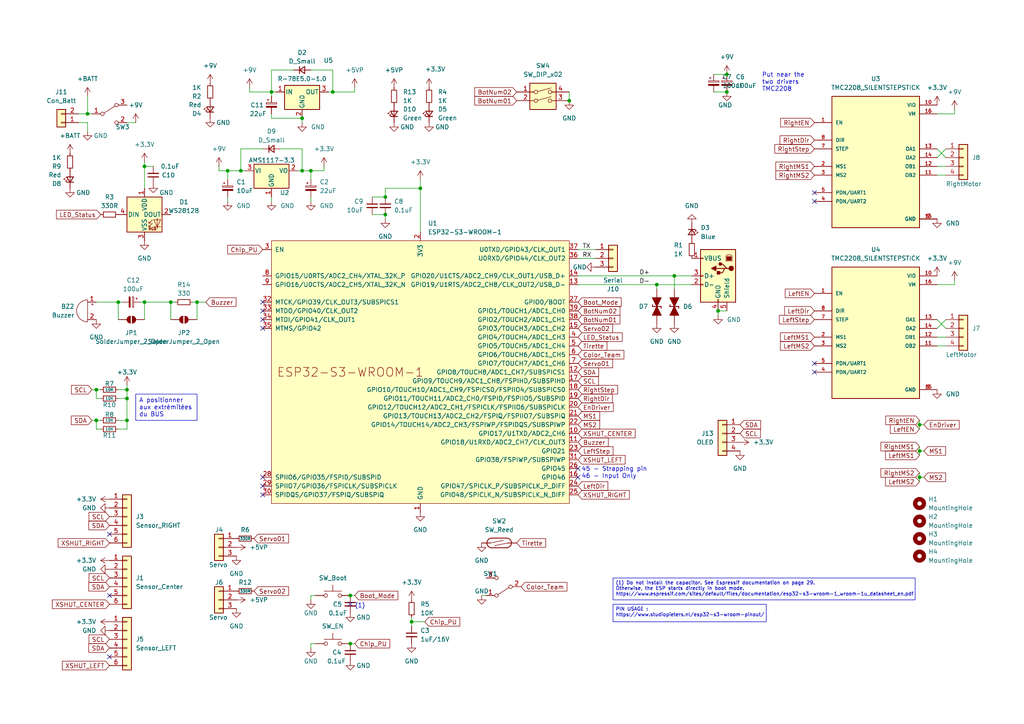
<source format=kicad_sch>
(kicad_sch (version 20231120) (generator "eeschema") (generator_version "8.0")
  (paper "A4")
  (junction (at 190.5 82.55))
  (junction (at 27.94 113.03))
  (junction (at 195.58 80.01))
  (junction (at 78.74 26.67))
  (junction (at 36.83 113.03))
  (junction (at 165.1 29.21))
  (junction (at 87.63 49.53))
  (junction (at 96.52 26.67))
  (junction (at 111.76 57.15))
  (junction (at 111.76 62.23))
  (junction (at 66.04 49.53))
  (junction (at 101.6 172.72))
  (junction (at 210.82 21.59))
  (junction (at 208.28 90.17))
  (junction (at 25.4 33.02))
  (junction (at 69.85 49.53))
  (junction (at 41.91 48.26))
  (junction (at 121.92 54.61))
  (junction (at 57.15 87.63))
  (junction (at 36.83 115.57))
  (junction (at 210.82 26.67))
  (junction (at 90.17 49.53))
  (junction (at 87.63 34.29))
  (junction (at 266.7 130.81))
  (junction (at 119.38 180.34))
  (junction (at 27.94 121.92))
  (junction (at 101.6 186.69))
  (junction (at 36.83 121.92))
  (junction (at 266.7 138.43))
  (junction (at 266.7 123.19))
  (junction (at 41.91 87.63))
  (junction (at 34.29 87.63))
  (junction (at 49.53 87.63))
  (no_connect (at 236.22 105.41))
  (no_connect (at 236.22 58.42))
  (no_connect (at 76.2 92.71))
  (no_connect (at 76.2 140.97))
  (no_connect (at 76.2 90.17))
  (no_connect (at 31.75 190.5))
  (no_connect (at 236.22 55.88))
  (no_connect (at 31.75 154.94))
  (no_connect (at 167.64 135.89))
  (no_connect (at 76.2 87.63))
  (no_connect (at 76.2 138.43))
  (no_connect (at 101.6 175.26))
  (no_connect (at 236.22 107.95))
  (no_connect (at 31.75 172.72))
  (no_connect (at 76.2 143.51))
  (no_connect (at 76.2 95.25))
  (no_connect (at 167.64 138.43))
  (wire (pts (xy 96.52 20.32) (xy 96.52 26.67)))
  (wire (pts (xy 36.83 113.03) (xy 36.83 115.57)))
  (wire (pts (xy 119.38 180.34) (xy 119.38 181.61)))
  (wire (pts (xy 57.15 87.63) (xy 57.15 92.71)))
  (wire (pts (xy 266.7 123.19) (xy 266.7 124.46)))
  (wire (pts (xy 165.1 26.67) (xy 165.1 29.21)))
  (wire (pts (xy 276.86 81.28) (xy 276.86 82.55)))
  (wire (pts (xy 34.29 87.63) (xy 35.56 87.63)))
  (wire (pts (xy 90.17 172.72) (xy 91.44 172.72)))
  (wire (pts (xy 90.17 20.32) (xy 96.52 20.32)))
  (wire (pts (xy 119.38 179.07) (xy 119.38 180.34)))
  (wire (pts (xy 276.86 33.02) (xy 271.78 33.02)))
  (wire (pts (xy 107.95 62.23) (xy 111.76 62.23)))
  (wire (pts (xy 276.86 31.75) (xy 276.86 33.02)))
  (wire (pts (xy 111.76 57.15) (xy 111.76 54.61)))
  (wire (pts (xy 208.28 90.17) (xy 210.82 90.17)))
  (wire (pts (xy 27.94 115.57) (xy 27.94 113.03)))
  (wire (pts (xy 29.21 124.46) (xy 27.94 124.46)))
  (wire (pts (xy 207.01 26.67) (xy 210.82 26.67)))
  (wire (pts (xy 190.5 83.82) (xy 190.5 82.55)))
  (wire (pts (xy 78.74 26.67) (xy 78.74 27.94)))
  (wire (pts (xy 41.91 46.99) (xy 41.91 48.26)))
  (wire (pts (xy 101.6 172.72) (xy 102.87 172.72)))
  (wire (pts (xy 85.09 20.32) (xy 78.74 20.32)))
  (wire (pts (xy 266.7 138.43) (xy 267.97 138.43)))
  (wire (pts (xy 195.58 80.01) (xy 200.66 80.01)))
  (wire (pts (xy 207.01 21.59) (xy 210.82 21.59)))
  (wire (pts (xy 27.94 87.63) (xy 34.29 87.63)))
  (wire (pts (xy 90.17 57.15) (xy 90.17 58.42)))
  (wire (pts (xy 271.78 92.71) (xy 274.32 95.25)))
  (wire (pts (xy 41.91 48.26) (xy 44.45 48.26)))
  (wire (pts (xy 25.4 33.02) (xy 26.67 33.02)))
  (wire (pts (xy 139.7 172.72) (xy 140.97 172.72)))
  (wire (pts (xy 69.85 49.53) (xy 71.12 49.53)))
  (wire (pts (xy 29.21 115.57) (xy 27.94 115.57)))
  (wire (pts (xy 26.67 121.92) (xy 27.94 121.92)))
  (wire (pts (xy 55.88 87.63) (xy 57.15 87.63)))
  (wire (pts (xy 36.83 115.57) (xy 36.83 121.92)))
  (wire (pts (xy 49.53 87.63) (xy 49.53 92.71)))
  (wire (pts (xy 121.92 52.07) (xy 121.92 54.61)))
  (wire (pts (xy 63.5 49.53) (xy 66.04 49.53)))
  (wire (pts (xy 167.64 82.55) (xy 190.5 82.55)))
  (wire (pts (xy 86.36 49.53) (xy 87.63 49.53)))
  (wire (pts (xy 90.17 186.69) (xy 91.44 186.69)))
  (wire (pts (xy 36.83 124.46) (xy 36.83 121.92)))
  (wire (pts (xy 266.7 129.54) (xy 266.7 130.81)))
  (wire (pts (xy 40.64 87.63) (xy 41.91 87.63)))
  (wire (pts (xy 72.39 25.4) (xy 72.39 26.67)))
  (wire (pts (xy 78.74 57.15) (xy 78.74 58.42)))
  (wire (pts (xy 266.7 123.19) (xy 267.97 123.19)))
  (wire (pts (xy 266.7 137.16) (xy 266.7 138.43)))
  (wire (pts (xy 96.52 26.67) (xy 102.87 26.67)))
  (wire (pts (xy 195.58 83.82) (xy 195.58 80.01)))
  (wire (pts (xy 22.86 33.02) (xy 25.4 33.02)))
  (wire (pts (xy 271.78 95.25) (xy 274.32 92.71)))
  (wire (pts (xy 119.38 180.34) (xy 123.19 180.34)))
  (wire (pts (xy 121.92 54.61) (xy 121.92 67.31)))
  (wire (pts (xy 41.91 48.26) (xy 41.91 54.61)))
  (wire (pts (xy 266.7 130.81) (xy 266.7 132.08)))
  (wire (pts (xy 271.78 97.79) (xy 274.32 97.79)))
  (wire (pts (xy 66.04 49.53) (xy 69.85 49.53)))
  (wire (pts (xy 271.78 45.72) (xy 274.32 43.18)))
  (wire (pts (xy 87.63 49.53) (xy 90.17 49.53)))
  (wire (pts (xy 25.4 35.56) (xy 25.4 38.1)))
  (wire (pts (xy 271.78 100.33) (xy 274.32 100.33)))
  (wire (pts (xy 102.87 26.67) (xy 102.87 25.4)))
  (wire (pts (xy 34.29 115.57) (xy 36.83 115.57)))
  (wire (pts (xy 167.64 72.39) (xy 172.72 72.39)))
  (wire (pts (xy 34.29 121.92) (xy 36.83 121.92)))
  (wire (pts (xy 111.76 54.61) (xy 121.92 54.61)))
  (wire (pts (xy 87.63 34.29) (xy 87.63 35.56)))
  (wire (pts (xy 25.4 35.56) (xy 22.86 35.56)))
  (wire (pts (xy 69.85 43.18) (xy 69.85 49.53)))
  (wire (pts (xy 266.7 130.81) (xy 267.97 130.81)))
  (wire (pts (xy 167.64 74.93) (xy 172.72 74.93)))
  (wire (pts (xy 95.25 26.67) (xy 96.52 26.67)))
  (wire (pts (xy 36.83 111.76) (xy 36.83 113.03)))
  (wire (pts (xy 90.17 49.53) (xy 93.98 49.53)))
  (wire (pts (xy 90.17 52.07) (xy 90.17 49.53)))
  (wire (pts (xy 81.28 43.18) (xy 87.63 43.18)))
  (wire (pts (xy 78.74 34.29) (xy 87.63 34.29)))
  (wire (pts (xy 93.98 49.53) (xy 93.98 48.26)))
  (wire (pts (xy 90.17 172.72) (xy 90.17 173.99)))
  (wire (pts (xy 90.17 187.96) (xy 90.17 186.69)))
  (wire (pts (xy 271.78 48.26) (xy 274.32 48.26)))
  (wire (pts (xy 266.7 121.92) (xy 266.7 123.19)))
  (wire (pts (xy 27.94 121.92) (xy 29.21 121.92)))
  (wire (pts (xy 72.39 26.67) (xy 78.74 26.67)))
  (wire (pts (xy 76.2 43.18) (xy 69.85 43.18)))
  (wire (pts (xy 167.64 80.01) (xy 195.58 80.01)))
  (wire (pts (xy 78.74 33.02) (xy 78.74 34.29)))
  (wire (pts (xy 25.4 27.94) (xy 25.4 33.02)))
  (wire (pts (xy 208.28 90.17) (xy 208.28 91.44)))
  (wire (pts (xy 101.6 186.69) (xy 102.87 186.69)))
  (wire (pts (xy 34.29 87.63) (xy 34.29 92.71)))
  (wire (pts (xy 27.94 124.46) (xy 27.94 121.92)))
  (wire (pts (xy 271.78 43.18) (xy 274.32 45.72)))
  (wire (pts (xy 57.15 87.63) (xy 59.69 87.63)))
  (wire (pts (xy 266.7 138.43) (xy 266.7 139.7)))
  (wire (pts (xy 26.67 113.03) (xy 27.94 113.03)))
  (wire (pts (xy 27.94 113.03) (xy 29.21 113.03)))
  (wire (pts (xy 66.04 49.53) (xy 66.04 52.07)))
  (wire (pts (xy 41.91 87.63) (xy 41.91 92.71)))
  (wire (pts (xy 87.63 43.18) (xy 87.63 49.53)))
  (wire (pts (xy 63.5 48.26) (xy 63.5 49.53)))
  (wire (pts (xy 78.74 20.32) (xy 78.74 26.67)))
  (wire (pts (xy 34.29 113.03) (xy 36.83 113.03)))
  (wire (pts (xy 111.76 62.23) (xy 111.76 63.5)))
  (wire (pts (xy 276.86 82.55) (xy 271.78 82.55)))
  (wire (pts (xy 66.04 57.15) (xy 66.04 58.42)))
  (wire (pts (xy 271.78 50.8) (xy 274.32 50.8)))
  (wire (pts (xy 190.5 82.55) (xy 200.66 82.55)))
  (wire (pts (xy 107.95 57.15) (xy 111.76 57.15)))
  (wire (pts (xy 41.91 87.63) (xy 49.53 87.63)))
  (wire (pts (xy 34.29 124.46) (xy 36.83 124.46)))
  (wire (pts (xy 49.53 87.63) (xy 50.8 87.63)))
  (wire (pts (xy 39.37 35.56) (xy 36.83 35.56)))
  (wire (pts (xy 78.74 26.67) (xy 80.01 26.67)))
  (text_box "PIN USAGE : https://www.studiopieters.nl/esp32-s3-wroom-pinout/" (at 177.8 175.26 0) (size 44.45 5.08) (effects (font (size 1 1)) (justify left top)))
  (text_box "A positionner aux extrémitées du BUS" (at 39.37 114.3 0) (size 17.78 7.62) (effects (font (size 1.27 1.27)) (justify left top)))
  (text_box "(1) Do not install the capacitor. See Espressif documentation on page 29.\nOtherwise, the ESP starts directly in boot mode.\nhttps://www.espressif.com/sites/default/files/documentation/esp32-s3-wroom-1_wroom-1u_datasheet_en.pdf" (at 177.8 167.64 0) (size 87.63 6.35) (effects (font (size 1 1)) (justify left top)))
  (text "Put near the \ntwo drivers\nTMC2208" (at 220.98 26.67 0) (effects (font (size 1.27 1.27)) (justify left bottom)))
  (text "(1)" (at 102.87 176.53 0) (effects (font (size 1.27 1.27)) (justify left bottom)))
  (text "45 - Strapping pin\n46 - Input Only" (at 168.6558 138.9382 0) (effects (font (size 1.27 1.27)) (justify left bottom)))
  (label "D-" (at 185.42 82.55 0))
  (label "D+" (at 185.42 80.01 0))
  (label "TX" (at 168.91 72.39 0))
  (label "RX" (at 168.91 74.93 0))
  (global_label "EnDriver" (shape input) (at 167.64 118.11 0) (property "Intersheetrefs" "${INTERSHEET_REFS}" (effects (hide yes))))
  (global_label "LeftEN" (shape input) (at 266.7 124.46 180) (property "Intersheetrefs" "${INTERSHEET_REFS}" (effects (hide yes))))
  (global_label "SDA" (shape input) (at 214.63 123.19 0) (property "Intersheetrefs" "${INTERSHEET_REFS}" (effects (hide yes))))
  (global_label "MS2" (shape input) (at 167.64 123.19 0) (property "Intersheetrefs" "${INTERSHEET_REFS}" (effects (hide yes))))
  (global_label "Servo02" (shape input) (at 167.64 95.25 0) (property "Intersheetrefs" "${INTERSHEET_REFS}" (effects (hide yes))))
  (global_label "Servo02" (shape input) (at 73.66 171.45 0) (property "Intersheetrefs" "${INTERSHEET_REFS}" (effects (hide yes))))
  (global_label "Tirette" (shape input) (at 149.86 157.48 0) (property "Intersheetrefs" "${INTERSHEET_REFS}" (effects (hide yes))))
  (global_label "SDA" (shape input) (at 26.67 121.92 180) (property "Intersheetrefs" "${INTERSHEET_REFS}" (effects (hide yes))))
  (global_label "MS1" (shape input) (at 167.64 120.65 0) (property "Intersheetrefs" "${INTERSHEET_REFS}" (effects (hide yes))))
  (global_label "LED_Status" (shape input) (at 29.21 62.23 180) (property "Intersheetrefs" "${INTERSHEET_REFS}" (effects (hide yes))))
  (global_label "RightMS1" (shape input) (at 236.22 48.26 180) (property "Intersheetrefs" "${INTERSHEET_REFS}" (effects (hide yes))))
  (global_label "LeftEN" (shape input) (at 236.22 85.09 180) (property "Intersheetrefs" "${INTERSHEET_REFS}" (effects (hide yes))))
  (global_label "Boot_Mode" (shape input) (at 102.87 172.72 0) (property "Intersheetrefs" "${INTERSHEET_REFS}" (effects (hide yes))))
  (global_label "LeftDir" (shape input) (at 236.22 90.17 180) (property "Intersheetrefs" "${INTERSHEET_REFS}" (effects (hide yes))))
  (global_label "Servo01" (shape input) (at 73.66 156.21 0) (property "Intersheetrefs" "${INTERSHEET_REFS}" (effects (hide yes))))
  (global_label "LeftMS2" (shape input) (at 236.22 100.33 180) (property "Intersheetrefs" "${INTERSHEET_REFS}" (effects (hide yes))))
  (global_label "Chip_PU" (shape input) (at 102.87 186.69 0) (property "Intersheetrefs" "${INTERSHEET_REFS}" (effects (hide yes))))
  (global_label "BotNum02" (shape input) (at 149.86 26.67 180) (property "Intersheetrefs" "${INTERSHEET_REFS}" (effects (hide yes))))
  (global_label "SCL" (shape input) (at 26.67 113.03 180) (property "Intersheetrefs" "${INTERSHEET_REFS}" (effects (hide yes))))
  (global_label "BotNum01" (shape input) (at 167.64 92.71 0) (property "Intersheetrefs" "${INTERSHEET_REFS}" (effects (hide yes))))
  (global_label "MS2" (shape input) (at 267.97 138.43 0) (property "Intersheetrefs" "${INTERSHEET_REFS}" (effects (hide yes))))
  (global_label "RightEN" (shape input) (at 236.22 35.56 180) (property "Intersheetrefs" "${INTERSHEET_REFS}" (effects (hide yes))))
  (global_label "SCL" (shape input) (at 31.75 167.64 180) (property "Intersheetrefs" "${INTERSHEET_REFS}" (effects (hide yes))))
  (global_label "RightMS1" (shape input) (at 266.7 129.54 180) (property "Intersheetrefs" "${INTERSHEET_REFS}" (effects (hide yes))))
  (global_label "SCL" (shape input) (at 167.64 110.49 0) (property "Intersheetrefs" "${INTERSHEET_REFS}" (effects (hide yes))))
  (global_label "SDA" (shape input) (at 31.75 187.96 180) (property "Intersheetrefs" "${INTERSHEET_REFS}" (effects (hide yes))))
  (global_label "Tirette" (shape input) (at 167.64 100.33 0) (property "Intersheetrefs" "${INTERSHEET_REFS}" (effects (hide yes))))
  (global_label "RightMS2" (shape input) (at 266.7 137.16 180) (property "Intersheetrefs" "${INTERSHEET_REFS}" (effects (hide yes))))
  (global_label "EnDriver" (shape input) (at 267.97 123.19 0) (property "Intersheetrefs" "${INTERSHEET_REFS}" (effects (hide yes))))
  (global_label "XSHUT_RIGHT" (shape input) (at 167.64 143.51 0) (property "Intersheetrefs" "${INTERSHEET_REFS}" (effects (hide yes))))
  (global_label "XSHUT_LEFT" (shape input) (at 31.75 193.04 180) (property "Intersheetrefs" "${INTERSHEET_REFS}" (effects (hide yes))))
  (global_label "SDA" (shape input) (at 31.75 170.18 180) (property "Intersheetrefs" "${INTERSHEET_REFS}" (effects (hide yes))))
  (global_label "SCL" (shape input) (at 31.75 149.86 180) (property "Intersheetrefs" "${INTERSHEET_REFS}" (effects (hide yes))))
  (global_label "XSHUT_RIGHT" (shape input) (at 31.75 157.48 180) (property "Intersheetrefs" "${INTERSHEET_REFS}" (effects (hide yes))))
  (global_label "LeftStep" (shape input) (at 236.22 92.71 180) (property "Intersheetrefs" "${INTERSHEET_REFS}" (effects (hide yes))))
  (global_label "RightMS2" (shape input) (at 236.22 50.8 180) (property "Intersheetrefs" "${INTERSHEET_REFS}" (effects (hide yes))))
  (global_label "LeftMS1" (shape input) (at 266.7 132.08 180) (property "Intersheetrefs" "${INTERSHEET_REFS}" (effects (hide yes))))
  (global_label "RightEN" (shape input) (at 266.7 121.92 180) (property "Intersheetrefs" "${INTERSHEET_REFS}" (effects (hide yes))))
  (global_label "Boot_Mode" (shape input) (at 167.64 87.63 0) (property "Intersheetrefs" "${INTERSHEET_REFS}" (effects (hide yes))))
  (global_label "LeftStep" (shape input) (at 167.64 130.81 0) (property "Intersheetrefs" "${INTERSHEET_REFS}" (effects (hide yes))))
  (global_label "LeftMS2" (shape input) (at 266.7 139.7 180) (property "Intersheetrefs" "${INTERSHEET_REFS}" (effects (hide yes))))
  (global_label "XSHUT_CENTER" (shape input) (at 167.64 125.73 0) (property "Intersheetrefs" "${INTERSHEET_REFS}" (effects (hide yes))))
  (global_label "SCL" (shape input) (at 214.63 125.73 0) (property "Intersheetrefs" "${INTERSHEET_REFS}" (effects (hide yes))))
  (global_label "RightStep" (shape input) (at 167.64 113.03 0) (property "Intersheetrefs" "${INTERSHEET_REFS}" (effects (hide yes))))
  (global_label "Chip_PU" (shape input) (at 76.2 72.39 180) (property "Intersheetrefs" "${INTERSHEET_REFS}" (effects (hide yes))))
  (global_label "RightDir" (shape input) (at 167.64 115.57 0) (property "Intersheetrefs" "${INTERSHEET_REFS}" (effects (hide yes))))
  (global_label "BotNum02" (shape input) (at 167.64 90.17 0) (property "Intersheetrefs" "${INTERSHEET_REFS}" (effects (hide yes))))
  (global_label "Servo01" (shape input) (at 167.64 105.41 0) (property "Intersheetrefs" "${INTERSHEET_REFS}" (effects (hide yes))))
  (global_label "RightDir" (shape input) (at 236.22 40.64 180) (property "Intersheetrefs" "${INTERSHEET_REFS}" (effects (hide yes))))
  (global_label "MS1" (shape input) (at 267.97 130.81 0) (property "Intersheetrefs" "${INTERSHEET_REFS}" (effects (hide yes))))
  (global_label "LeftDir" (shape input) (at 167.64 140.97 0) (property "Intersheetrefs" "${INTERSHEET_REFS}" (effects (hide yes))))
  (global_label "XSHUT_LEFT" (shape input) (at 167.64 133.35 0) (property "Intersheetrefs" "${INTERSHEET_REFS}" (effects (hide yes))))
  (global_label "Buzzer" (shape input) (at 167.64 128.27 0) (property "Intersheetrefs" "${INTERSHEET_REFS}" (effects (hide yes))))
  (global_label "SCL" (shape input) (at 31.75 185.42 180) (property "Intersheetrefs" "${INTERSHEET_REFS}" (effects (hide yes))))
  (global_label "LED_Status" (shape input) (at 167.64 97.79 0) (property "Intersheetrefs" "${INTERSHEET_REFS}" (effects (hide yes))))
  (global_label "Chip_PU" (shape input) (at 123.19 180.34 0) (property "Intersheetrefs" "${INTERSHEET_REFS}" (effects (hide yes))))
  (global_label "Buzzer" (shape input) (at 59.69 87.63 0) (property "Intersheetrefs" "${INTERSHEET_REFS}" (effects (hide yes))))
  (global_label "Color_Team" (shape input) (at 167.64 102.87 0) (property "Intersheetrefs" "${INTERSHEET_REFS}" (effects (hide yes))))
  (global_label "RightStep" (shape input) (at 236.22 43.18 180) (property "Intersheetrefs" "${INTERSHEET_REFS}" (effects (hide yes))))
  (global_label "LeftMS1" (shape input) (at 236.22 97.79 180) (property "Intersheetrefs" "${INTERSHEET_REFS}" (effects (hide yes))))
  (global_label "BotNum01" (shape input) (at 149.86 29.21 180) (property "Intersheetrefs" "${INTERSHEET_REFS}" (effects (hide yes))))
  (global_label "SDA" (shape input) (at 31.75 152.4 180) (property "Intersheetrefs" "${INTERSHEET_REFS}" (effects (hide yes))))
  (global_label "Color_Team" (shape input) (at 151.13 170.18 0) (property "Intersheetrefs" "${INTERSHEET_REFS}" (effects (hide yes))))
  (global_label "XSHUT_CENTER" (shape input) (at 31.75 175.26 180) (property "Intersheetrefs" "${INTERSHEET_REFS}" (effects (hide yes))))
  (global_label "SDA" (shape input) (at 167.64 107.95 0) (property "Intersheetrefs" "${INTERSHEET_REFS}" (effects (hide yes))))
  (symbol (lib_id "Mechanical:MountingHole") (at 266.7 146.05 0) (unit 1)
    (property "Reference" "H1" (at 269.24 144.78 0) (effects (justify left)))
    (property "Value" "MountingHole" (at 269.24 147.32 0) (effects (justify left)))
    (property "Footprint" "MountingHole:MountingHole_3.2mm_M3" (effects (hide yes)))
  )
  (symbol (lib_id "Device:C_Polarized_Small") (at 66.04 54.61 0) (unit 1)
    (property "Reference" "C1" (at 68.58 52.7938 0) (effects (justify left)))
    (property "Value" "10uF" (at 68.58 55.3338 0) (effects (justify left)))
    (property "Footprint" "Capacitor_SMD:CP_Elec_5x5.4" (effects (hide yes)))
  )
  (symbol (lib_id "power:+5VP") (at 102.87 25.4 0) (unit 1)
    (property "Reference" "#PWR030" (effects (hide yes)))
    (property "Value" "+5VP" (at 102.87 20.32 0))
    (property "Description" "Power symbol creates a global label with name \"+5VP\"" (effects (hide yes)))
  )
  (symbol (lib_id "Device:C_Small") (at 119.38 184.15 0) (unit 1)
    (property "Reference" "C3" (at 121.92 182.8863 0) (effects (justify left)))
    (property "Value" "1uF/16V" (at 121.92 185.4263 0) (effects (justify left)))
    (property "Footprint" "Capacitor_SMD:C_1206_3216Metric" (effects (hide yes)))
  )
  (symbol (lib_id "power:+3.3V") (at 271.78 30.48 0) (unit 1)
    (property "Reference" "#PWR037" (effects (hide yes)))
    (property "Value" "+3.3V" (at 271.78 25.4 0))
  )
  (symbol (lib_id "power:GND") (at 41.91 69.85 0) (unit 1)
    (property "Reference" "#PWR02" (effects (hide yes)))
    (property "Value" "GND" (at 41.91 74.93 0))
  )
  (symbol (lib_id "Connector:USB_B") (at 208.28 80.01 0) (mirror y) (unit 1)
    (property "Reference" "J2" (effects (hide yes)))
    (property "Value" "USB_B" (effects (hide yes)))
    (property "Footprint" "Connector_USB:USB_B_Lumberg_2411_02_Horizontal" (effects (hide yes)))
    (property "Datasheet" " ~" (effects (hide yes)))
  )
  (symbol (lib_id "power:GND") (at 271.78 63.5 0) (unit 1)
    (property "Reference" "#PWR011" (effects (hide yes)))
    (property "Value" "GND" (at 274.32 64.7699 0) (effects (justify left)))
  )
  (symbol (lib_id "Connector_Generic:Conn_01x02") (at 17.78 35.56 180) (unit 1)
    (property "Reference" "J11" (at 17.78 26.67 0))
    (property "Value" "Con_Batt" (at 17.78 29.21 0))
    (property "Footprint" "Connector_Molex:Molex_KK-254_AE-6410-02A_1x02_P2.54mm_Vertical" (effects (hide yes)))
  )
  (symbol (lib_id "power:+9V") (at 63.5 48.26 0) (unit 1)
    (property "Reference" "#PWR09" (effects (hide yes)))
    (property "Value" "+9V" (at 63.5 43.18 0))
    (property "Description" "Power symbol creates a global label with name \"+9V\"" (effects (hide yes)))
  )
  (symbol (lib_id "Connector_Generic:Conn_01x04") (at 279.4 95.25 0) (unit 1)
    (property "Reference" "J7" (at 281.94 95.25 0) (effects (justify left)))
    (property "Value" "LeftMotor" (at 274.32 102.87 0) (effects (justify left)))
    (property "Footprint" "Connector_PinHeader_2.54mm:PinHeader_1x04_P2.54mm_Vertical" (effects (hide yes)))
  )
  (symbol (lib_id "power:GND") (at 139.7 157.48 0) (unit 1)
    (property "Reference" "#PWR016" (effects (hide yes)))
    (property "Value" "GND" (at 139.7 162.56 0))
  )
  (symbol (lib_id "power:GND") (at 165.1 29.21 0) (unit 1)
    (property "Reference" "#PWR054" (effects (hide yes)))
    (property "Value" "GND" (at 165.1 34.29 0))
  )
  (symbol (lib_id "power:GND") (at 210.82 26.67 0) (unit 1)
    (property "Reference" "#PWR041" (effects (hide yes)))
    (property "Value" "GND" (at 208.28 30.48 0) (effects (justify left)))
  )
  (symbol (lib_id "power:+3.3V") (at 31.75 162.56 90) (unit 1)
    (property "Reference" "#PWR08" (effects (hide yes)))
    (property "Value" "+3.3V" (at 27.94 162.56 90) (effects (justify left)))
  )
  (symbol (lib_id "Device:R_Small") (at 31.75 62.23 270) (unit 1)
    (property "Reference" "R3" (at 31.75 57.15 90))
    (property "Value" "330R" (at 31.75 59.69 90))
    (property "Footprint" "Resistor_SMD:R_1206_3216Metric_Pad1.30x1.75mm_HandSolder" (effects (hide yes)))
  )
  (symbol (lib_id "Connector_Generic:Conn_01x03") (at 63.5 173.99 0) (mirror y) (unit 1)
    (property "Reference" "J6" (at 64.77 168.91 0) (effects (justify left)))
    (property "Value" "Servo" (at 66.04 179.07 0) (effects (justify left)))
    (property "Footprint" "Connector_PinHeader_2.54mm:PinHeader_1x03_P2.54mm_Vertical" (effects (hide yes)))
  )
  (symbol (lib_id "Device:R_Small") (at 71.12 156.21 270) (mirror x) (unit 1)
    (property "Reference" "R6" (at 71.12 153.67 90))
    (property "Value" "330R" (at 71.12 156.21 90) (effects (font (size 0.8 0.8))))
    (property "Footprint" "Resistor_SMD:R_1206_3216Metric_Pad1.30x1.75mm_HandSolder" (effects (hide yes)))
  )
  (symbol (lib_id "Mechanical:MountingHole") (at 266.7 156.21 0) (unit 1)
    (property "Reference" "H3" (at 269.24 154.94 0) (effects (justify left)))
    (property "Value" "MountingHole" (at 269.24 157.48 0) (effects (justify left)))
    (property "Footprint" "MountingHole:MountingHole_3.2mm_M3" (effects (hide yes)))
  )
  (symbol (lib_id "Device:R_Small") (at 31.75 115.57 270) (mirror x) (unit 1)
    (property "Reference" "R10" (at 31.7362 117.419 90))
    (property "Value" "10K" (at 31.75 115.57 90) (effects (font (size 0.8 0.8))))
    (property "Footprint" "Resistor_SMD:R_1206_3216Metric_Pad1.30x1.75mm_HandSolder" (effects (hide yes)))
  )
  (symbol (lib_id "power:+BATT") (at 20.32 44.45 0) (unit 1)
    (property "Reference" "#PWR049" (effects (hide yes)))
    (property "Value" "+BATT" (at 20.32 39.37 0))
  )
  (symbol (lib_id "Device:R_Small") (at 200.66 72.39 0) (unit 1)
    (property "Reference" "R1" (at 198.12 71.12 0) (effects (justify right)))
    (property "Value" "1K" (at 198.12 73.66 0) (effects (justify right)))
    (property "Footprint" "Resistor_SMD:R_1206_3216Metric_Pad1.30x1.75mm_HandSolder" (effects (hide yes)))
  )
  (symbol (lib_id "power:GND") (at 25.4 38.1 0) (unit 1)
    (property "Reference" "#PWR044" (effects (hide yes)))
    (property "Value" "GND" (at 29.21 39.37 0))
  )
  (symbol (lib_id "power:+3.3V") (at 31.75 180.34 90) (unit 1)
    (property "Reference" "#PWR033" (effects (hide yes)))
    (property "Value" "+3.3V" (at 27.94 180.34 90) (effects (justify left)))
  )
  (symbol (lib_id "power:GND") (at 31.75 182.88 270) (mirror x) (unit 1)
    (property "Reference" "#PWR034" (effects (hide yes)))
    (property "Value" "GND" (at 27.94 182.8799 90) (effects (justify right)))
  )
  (symbol (lib_id "power:+3.3V") (at 31.75 144.78 90) (unit 1)
    (property "Reference" "#PWR031" (effects (hide yes)))
    (property "Value" "+3.3V" (at 27.94 144.78 90) (effects (justify left)))
  )
  (symbol (lib_id "Connector_Generic:Conn_01x03") (at 63.5 158.75 0) (mirror y) (unit 1)
    (property "Reference" "J4" (at 64.77 153.67 0) (effects (justify left)))
    (property "Value" "Servo" (at 66.04 163.83 0) (effects (justify left)))
    (property "Footprint" "Connector_PinHeader_2.54mm:PinHeader_1x03_P2.54mm_Vertical" (effects (hide yes)))
  )
  (symbol (lib_id "power:GND") (at 90.17 58.42 0) (unit 1)
    (property "Reference" "#PWR058" (effects (hide yes)))
    (property "Value" "GND" (at 92.71 59.6899 0) (effects (justify left)))
  )
  (symbol (lib_id "Device:R_Small") (at 53.34 87.63 270) (unit 1)
    (property "Reference" "R14" (at 53.34 82.55 90))
    (property "Value" "330" (at 53.34 85.09 90))
    (property "Footprint" "Resistor_SMD:R_1206_3216Metric_Pad1.30x1.75mm_HandSolder" (effects (hide yes)))
  )
  (symbol (lib_id "power:GND") (at 121.92 148.59 0) (unit 1)
    (property "Reference" "#PWR03" (effects (hide yes)))
    (property "Value" "GND" (at 121.92 153.67 0))
  )
  (symbol (lib_id "Regulator_Switching:R-78E3.3-1.0") (at 87.63 26.67 0) (unit 1)
    (property "Reference" "U5" (at 95.25 17.526 0))
    (property "Value" "R-78E5.0-1.0" (at 87.63 22.86 0))
    (property "Footprint" "Converter_DCDC:Converter_DCDC_RECOM_R-78E-0.5_THT" (effects (hide yes)))
    (property "Datasheet" "https://www.recom-power.com/pdf/Innoline/R-78Exx-1.0.pdf" (effects (hide yes)))
    (property "Description" "1A Step-Down DC/DC-Regulator, 6-28V input, 3.3V fixed Output Voltage, LM78xx replacement, -40°C to +85°C, SIP3" (effects (hide yes)))
  )
  (symbol (lib_id "power:GND") (at 190.5 93.98 0) (unit 1)
    (property "Reference" "#PWR046" (effects (hide yes)))
    (property "Value" "GND" (at 190.5 99.06 0))
  )
  (symbol (lib_id "power:GND") (at 68.58 176.53 0) (mirror y) (unit 1)
    (property "Reference" "#PWR039" (effects (hide yes)))
    (property "Value" "GND" (at 68.58 181.61 0))
  )
  (symbol (lib_id "power:GND") (at 66.04 58.42 0) (unit 1)
    (property "Reference" "#PWR056" (effects (hide yes)))
    (property "Value" "GND" (at 68.58 59.69 0) (effects (justify left)))
  )
  (symbol (lib_id "power:+5VP") (at 68.58 158.75 270) (unit 1)
    (property "Reference" "#PWR01" (effects (hide yes)))
    (property "Value" "+5VP" (at 72.39 158.7499 90) (effects (justify left)))
    (property "Description" "Power symbol creates a global label with name \"+5VP\"" (effects (hide yes)))
  )
  (symbol (lib_id "power:GND") (at 208.28 91.44 0) (unit 1)
    (property "Reference" "#PWR014" (effects (hide yes)))
    (property "Value" "GND" (at 210.82 92.7099 0) (effects (justify left)))
  )
  (symbol (lib_id "Device:D_Small") (at 78.74 43.18 0) (unit 1)
    (property "Reference" "D9" (at 78.74 38.1 0))
    (property "Value" "D_Small" (at 78.74 40.64 0))
    (property "Footprint" "Diode_SMD:D_SMA_Handsoldering" (effects (hide yes)))
  )
  (symbol (lib_id "power:+3.3V") (at 41.91 46.99 0) (unit 1)
    (property "Reference" "#PWR019" (effects (hide yes)))
    (property "Value" "+3.3V" (at 41.91 41.91 0))
  )
  (symbol (lib_id "Device:C_Polarized_Small") (at 210.82 24.13 0) (unit 1)
    (property "Reference" "C6" (at 213.36 22.3139 0) (effects (justify left)))
    (property "Value" "100uF" (at 213.36 24.8539 0) (effects (justify left)))
    (property "Footprint" "Capacitor_THT:CP_Radial_D8.0mm_P3.50mm" (effects (hide yes)))
    (property "Datasheet" "https://fr.rs-online.com/web/p/condensateurs-electrolytiques-aluminium/7060582" (effects (hide yes)))
  )
  (symbol (lib_id "power:GND") (at 172.72 77.47 270) (unit 1)
    (property "Reference" "#PWR035" (effects (hide yes)))
    (property "Value" "GND" (at 170.18 77.47 90) (effects (justify right)))
  )
  (symbol (lib_id "power:GND") (at 139.7 172.72 0) (unit 1)
    (property "Reference" "#PWR053" (effects (hide yes)))
    (property "Value" "GND" (at 139.7 171.45 0))
  )
  (symbol (lib_id "Jumper:SolderJumper_2_Open") (at 53.34 92.71 0) (unit 1) (exclude_from_sim yes) (in_bom no)
    (property "Reference" "JP2" (at 53.34 96.52 0))
    (property "Value" "SolderJumper_2_Open" (at 53.34 99.06 0))
    (property "Footprint" "Jumper:SolderJumper-2_P1.3mm_Open_RoundedPad1.0x1.5mm" (effects (hide yes)))
    (property "Description" "Solder Jumper, 2-pole, open" (effects (hide yes)))
  )
  (symbol (lib_id "power:GND") (at 114.3 35.56 0) (unit 1)
    (property "Reference" "#PWR060" (effects (hide yes)))
    (property "Value" "GND" (at 118.11 36.83 0))
  )
  (symbol (lib_id "Mechanical:MountingHole") (at 266.7 151.13 0) (unit 1)
    (property "Reference" "H2" (at 269.24 149.86 0) (effects (justify left)))
    (property "Value" "MountingHole" (at 269.24 152.4 0) (effects (justify left)))
    (property "Footprint" "MountingHole:MountingHole_3.2mm_M3" (effects (hide yes)))
  )
  (symbol (lib_id "power:+3.3V") (at 124.46 25.4 0) (unit 1)
    (property "Reference" "#PWR020" (effects (hide yes)))
    (property "Value" "+3.3V" (at 126.238 20.066 0))
  )
  (symbol (lib_id "Switch:SW_Push") (at 96.52 186.69 0) (unit 1)
    (property "Reference" "SWEn1" (effects (hide yes)))
    (property "Value" "SW_EN" (at 96.52 181.61 0))
    (property "Footprint" "Button_Switch_SMD:SW_SPST_CK_RS282G05A3" (effects (hide yes)))
  )
  (symbol (lib_id "Connector_Generic:Conn_01x04") (at 279.4 45.72 0) (unit 1)
    (property "Reference" "J8" (at 281.94 45.72 0) (effects (justify left)))
    (property "Value" "RightMotor" (at 274.32 53.34 0) (effects (justify left)))
    (property "Footprint" "Connector_PinHeader_2.54mm:PinHeader_1x04_P2.54mm_Vertical" (effects (hide yes)))
  )
  (symbol (lib_id "power:GND") (at 101.6 191.77 0) (unit 1)
    (property "Reference" "#PWR024" (effects (hide yes)))
    (property "Value" "GND" (at 105.41 193.04 0))
  )
  (symbol (lib_id "power:GND") (at 87.63 35.56 0) (unit 1)
    (property "Reference" "#PWR07" (effects (hide yes)))
    (property "Value" "GND" (at 90.17 36.8299 0) (effects (justify left)))
  )
  (symbol (lib_id "Device:C_Small") (at 44.45 50.8 180) (unit 1)
    (property "Reference" "C10" (at 50.8 50.8 0) (effects (justify left)))
    (property "Value" "0.1uF" (at 52.07 48.26 0) (effects (justify left)))
    (property "Footprint" "Capacitor_SMD:C_1206_3216Metric" (effects (hide yes)))
  )
  (symbol (lib_id "power:GND") (at 111.76 63.5 0) (unit 1)
    (property "Reference" "#PWR042" (effects (hide yes)))
    (property "Value" "GND" (at 111.76 68.58 0))
  )
  (symbol (lib_id "Device:R_Small") (at 31.75 121.92 270) (mirror x) (unit 1)
    (property "Reference" "R8" (at 31.7498 120.2485 90))
    (property "Value" "10K" (at 31.75 121.92 90) (effects (font (size 0.8 0.8))))
    (property "Footprint" "Resistor_SMD:R_1206_3216Metric_Pad1.30x1.75mm_HandSolder" (effects (hide yes)))
  )
  (symbol (lib_id "power:GND") (at 44.45 53.34 0) (unit 1)
    (property "Reference" "#PWR048" (effects (hide yes)))
    (property "Value" "GND" (at 48.26 55.88 0))
  )
  (symbol (lib_id "Switch:SW_Push") (at 96.52 172.72 0) (unit 1)
    (property "Reference" "SWBoot1" (effects (hide yes)))
    (property "Value" "SW_Boot" (at 96.52 167.64 0))
    (property "Footprint" "Button_Switch_SMD:SW_SPST_CK_RS282G05A3" (effects (hide yes)))
  )
  (symbol (lib_id "Device:R_Small") (at 31.75 124.46 270) (mirror x) (unit 1)
    (property "Reference" "R11" (at 31.7498 126.2749 90))
    (property "Value" "10K" (at 31.75 124.46 90) (effects (font (size 0.8 0.8))))
    (property "Footprint" "Resistor_SMD:R_1206_3216Metric_Pad1.30x1.75mm_HandSolder" (effects (hide yes)))
  )
  (symbol (lib_id "Device:R_Small") (at 20.32 46.99 180) (unit 1)
    (property "Reference" "R9" (at 17.78 48.26 0) (effects (justify left)))
    (property "Value" "1K" (at 17.78 45.72 0) (effects (justify left)))
    (property "Footprint" "Resistor_SMD:R_1206_3216Metric_Pad1.30x1.75mm_HandSolder" (effects (hide yes)))
  )
  (symbol (lib_id "Device:R_Small") (at 60.96 26.67 180) (unit 1)
    (property "Reference" "R2" (at 58.42 27.94 0) (effects (justify left)))
    (property "Value" "1K" (at 58.42 25.4 0) (effects (justify left)))
    (property "Footprint" "Resistor_SMD:R_1206_3216Metric_Pad1.30x1.75mm_HandSolder" (effects (hide yes)))
  )
  (symbol (lib_id "Device:R_Small") (at 119.38 176.53 0) (unit 1)
    (property "Reference" "R5" (at 121.92 175.26 0) (effects (justify left)))
    (property "Value" "10K" (at 121.92 177.8 0) (effects (justify left)))
    (property "Footprint" "Resistor_SMD:R_1206_3216Metric_Pad1.30x1.75mm_HandSolder" (effects (hide yes)))
  )
  (symbol (lib_id "power:GND") (at 31.75 147.32 270) (mirror x) (unit 1)
    (property "Reference" "#PWR032" (effects (hide yes)))
    (property "Value" "GND" (at 27.94 147.3199 90) (effects (justify right)))
  )
  (symbol (lib_id "power:+BATT") (at 25.4 27.94 0) (unit 1)
    (property "Reference" "#PWR045" (effects (hide yes)))
    (property "Value" "+BATT" (at 25.4 22.86 0))
  )
  (symbol (lib_id "power:+9V") (at 276.86 81.28 0) (unit 1)
    (property "Reference" "#PWR05" (effects (hide yes)))
    (property "Value" "+9V" (at 276.86 76.2 0))
    (property "Description" "Power symbol creates a global label with name \"+9V\"" (effects (hide yes)))
  )
  (symbol (lib_id "power:GND") (at 200.66 64.77 180) (unit 1)
    (property "Reference" "#PWR015" (effects (hide yes)))
    (property "Value" "GND" (at 200.66 59.69 0))
  )
  (symbol (lib_id "power:+5VP") (at 68.58 173.99 270) (unit 1)
    (property "Reference" "#PWR06" (effects (hide yes)))
    (property "Value" "+5VP" (at 72.39 173.9899 90) (effects (justify left)))
    (property "Description" "Power symbol creates a global label with name \"+5VP\"" (effects (hide yes)))
  )
  (symbol (lib_id "PCM_Diode_TVS_AKL:D_TVS_Bidirectional_Generic") (at 190.5 88.9 90) (unit 1)
    (property "Reference" "D7" (at 187.96 88.9 90) (effects (justify left)))
    (property "Value" "D_TVS_Bidirectional_Generic" (effects (hide yes)))
    (property "Footprint" "Diode_SMD:D_SOD-523" (effects (hide yes)))
  )
  (symbol (lib_id "power:+3.3V") (at 271.78 80.01 0) (unit 1)
    (property "Reference" "#PWR038" (effects (hide yes)))
    (property "Value" "+3.3V" (at 271.78 74.93 0))
  )
  (symbol (lib_id "power:+9V") (at 72.39 25.4 0) (unit 1)
    (property "Reference" "#PWR055" (effects (hide yes)))
    (property "Value" "+9V" (at 72.39 20.32 0))
    (property "Description" "Power symbol creates a global label with name \"+9V\"" (effects (hide yes)))
  )
  (symbol (lib_id "Switch:SW_SPDT") (at 146.05 170.18 180) (unit 1)
    (property "Reference" "SW1" (at 142.24 166.37 0))
    (property "Value" "SW_SPDT" (effects (hide yes)))
    (property "Footprint" "footprints:SK-12D10 1P2T" (effects (hide yes)))
  )
  (symbol (lib_id "Device:CP_Small") (at 38.1 87.63 270) (unit 1)
    (property "Reference" "C12" (at 38.6461 81.28 90))
    (property "Value" "100uF" (at 38.6461 83.82 90))
    (property "Footprint" "Capacitor_SMD:CP_Elec_5x5.4" (effects (hide yes)))
  )
  (symbol (lib_id "Device:R_Small") (at 114.3 27.94 180) (unit 1)
    (property "Reference" "R13" (at 116.84 26.67 0) (effects (justify right)))
    (property "Value" "1K" (at 116.84 29.21 0) (effects (justify right)))
    (property "Footprint" "Resistor_SMD:R_1206_3216Metric_Pad1.30x1.75mm_HandSolder" (effects (hide yes)))
  )
  (symbol (lib_id "power:+9V") (at 210.82 21.59 0) (unit 1)
    (property "Reference" "#PWR013" (effects (hide yes)))
    (property "Value" "+9V" (at 210.82 16.51 0))
    (property "Description" "Power symbol creates a global label with name \"+9V\"" (effects (hide yes)))
  )
  (symbol (lib_id "Device:D_Small") (at 87.63 20.32 0) (unit 1)
    (property "Reference" "D2" (at 87.63 15.24 0))
    (property "Value" "D_Small" (at 87.63 17.78 0))
    (property "Footprint" "Diode_SMD:D_SMA_Handsoldering" (effects (hide yes)))
  )
  (symbol (lib_id "PAMI-2025:TMC2208_SILENTSTEPSTICK") (at 254 45.72 0) (unit 1)
    (property "Reference" "U3" (at 254 22.86 0))
    (property "Value" "TMC2208_SILENTSTEPSTICK" (at 254 25.4 0))
    (property "Footprint" "PAMI-2025:Step-Stick Driver Bottom Entry Version" (effects (hide yes)))
    (property "Description" "\nTMC2208 Motor Controller/Driver, Stepper Power Management Evaluation Board\n" (effects (hide yes)))
    (property "MF" "Trinamic Motion" (effects (hide yes)))
    (property "Package" "None" (effects (hide yes)))
    (property "Price" "None" (effects (hide yes)))
    (property "Check_prices" "https://www.snapeda.com/parts/TMC2208%20SILENTSTEPSTICK/Trinamic+Motion+Control+GmbH/view-part/?ref=eda" (effects (hide yes)))
    (property "SnapEDA_Link" "https://www.snapeda.com/parts/TMC2208%20SILENTSTEPSTICK/Trinamic+Motion+Control+GmbH/view-part/?ref=snap" (effects (hide yes)))
    (property "MP" "TMC2208 SILENTSTEPSTICK" (effects (hide yes)))
    (property "Availability" "In Stock" (effects (hide yes)))
    (property "MANUFACTURER" "Trinamic Motion" (effects (hide yes)))
  )
  (symbol (lib_id "Device:LED_Small") (at 124.46 33.02 90) (unit 1)
    (property "Reference" "D5" (at 127 31.6865 90) (effects (justify right)))
    (property "Value" "Green" (at 127 34.2265 90) (effects (justify right)))
    (property "Footprint" "LED_SMD:LED_1206_3216Metric" (effects (hide yes)))
  )
  (symbol (lib_id "power:GND") (at 78.74 58.42 0) (unit 1)
    (property "Reference" "#PWR057" (effects (hide yes)))
    (property "Value" "GND" (at 81.28 59.6899 0) (effects (justify left)))
  )
  (symbol (lib_id "Device:R_Small") (at 31.75 113.03 270) (mirror x) (unit 1)
    (property "Reference" "R7" (at 31.7498 111.2974 90))
    (property "Value" "10K" (at 31.75 113.03 90) (effects (font (size 0.8 0.8))))
    (property "Footprint" "Resistor_SMD:R_1206_3216Metric_Pad1.30x1.75mm_HandSolder" (effects (hide yes)))
  )
  (symbol (lib_id "power:GND") (at 90.17 187.96 0) (unit 1)
    (property "Reference" "#PWR025" (effects (hide yes)))
    (property "Value" "GND" (at 90.17 191.77 0))
  )
  (symbol (lib_id "power:+3.3V") (at 119.38 173.99 0) (unit 1)
    (property "Reference" "#PWR022" (effects (hide yes)))
    (property "Value" "+3.3V" (at 119.38 168.91 0))
  )
  (symbol (lib_id "Device:C_Polarized_Small") (at 207.01 24.13 0) (unit 1)
    (property "Reference" "C7" (at 209.55 22.3139 0) (effects (justify left)))
    (property "Value" "100uF" (at 209.55 24.8539 0) (effects (justify left)))
    (property "Footprint" "Capacitor_THT:CP_Radial_D8.0mm_P3.50mm" (effects (hide yes)))
    (property "Datasheet" "https://fr.rs-online.com/web/p/condensateurs-electrolytiques-aluminium/7060582" (effects (hide yes)))
  )
  (symbol (lib_id "power:+9V") (at 276.86 31.75 0) (unit 1)
    (property "Reference" "#PWR012" (effects (hide yes)))
    (property "Value" "+9V" (at 276.86 26.67 0))
    (property "Description" "Power symbol creates a global label with name \"+9V\"" (effects (hide yes)))
  )
  (symbol (lib_id "Switch:SW_DIP_x02") (at 157.48 29.21 0) (unit 1)
    (property "Reference" "SW4" (at 157.48 19.05 0))
    (property "Value" "SW_DIP_x02" (at 157.48 21.59 0))
    (property "Footprint" "Button_Switch_THT:SW_DIP_SPSTx02_Slide_9.78x7.26mm_W7.62mm_P2.54mm" (effects (hide yes)))
    (property "Description" "2x DIP Switch, Single Pole Single Throw (SPST) switch, small symbol" (effects (hide yes)))
  )
  (symbol (lib_name "SW_SPDT_1") (lib_id "Switch:SW_SPDT") (at 31.75 33.02 0) (unit 1)
    (property "Reference" "SW3" (at 35.56 36.83 0))
    (property "Value" "SW_SPDT" (effects (hide yes)))
    (property "Footprint" "PAMI-2025:UB16SKW03N-C" (effects (hide yes)))
    (property "Datasheet" "https://www.mouser.fr/datasheet/2/295/ubnonilluminated-1507076.pdf" (effects (hide yes)))
  )
  (symbol (lib_id "power:+9V") (at 60.96 24.13 0) (unit 1)
    (property "Reference" "#PWR043" (effects (hide yes)))
    (property "Value" "+9V" (at 60.96 19.05 0))
    (property "Description" "Power symbol creates a global label with name \"+9V\"" (effects (hide yes)))
  )
  (symbol (lib_id "power:GND") (at 124.46 35.56 0) (unit 1)
    (property "Reference" "#PWR021" (effects (hide yes)))
    (property "Value" "GND" (at 128.27 36.83 0))
  )
  (symbol (lib_id "power:GND") (at 90.17 173.99 0) (unit 1)
    (property "Reference" "#PWR026" (effects (hide yes)))
    (property "Value" "GND" (at 90.17 177.8 0))
  )
  (symbol (lib_id "Device:C_Small") (at 107.95 59.69 0) (unit 1)
    (property "Reference" "C9" (at 105.41 58.4263 0) (effects (justify right)))
    (property "Value" "10uF" (at 105.41 60.9663 0) (effects (justify right)))
    (property "Footprint" "Capacitor_SMD:C_1206_3216Metric_Pad1.33x1.80mm_HandSolder" (effects (hide yes)))
  )
  (symbol (lib_id "Jumper:SolderJumper_2_Open") (at 38.1 92.71 0) (unit 1) (exclude_from_sim yes) (in_bom no)
    (property "Reference" "JP1" (at 38.1 96.52 0))
    (property "Value" "SolderJumper_2_Open" (at 38.1 99.06 0))
    (property "Footprint" "Jumper:SolderJumper-2_P1.3mm_Open_RoundedPad1.0x1.5mm" (effects (hide yes)))
    (property "Description" "Solder Jumper, 2-pole, open" (effects (hide yes)))
  )
  (symbol (lib_id "Mechanical:MountingHole") (at 266.7 161.29 0) (unit 1)
    (property "Reference" "H4" (at 269.24 160.02 0) (effects (justify left)))
    (property "Value" "MountingHole" (at 269.24 162.56 0) (effects (justify left)))
    (property "Footprint" "MountingHole:MountingHole_3.2mm_M3" (effects (hide yes)))
  )
  (symbol (lib_id "power:+3.3V") (at 36.83 111.76 0) (unit 1)
    (property "Reference" "#PWR036" (effects (hide yes)))
    (property "Value" "+3.3V" (at 36.83 107.95 0))
  )
  (symbol (lib_id "power:+9V") (at 39.37 35.56 0) (unit 1)
    (property "Reference" "#PWR018" (effects (hide yes)))
    (property "Value" "+9V" (at 39.37 30.48 0))
    (property "Description" "Power symbol creates a global label with name \"+9V\"" (effects (hide yes)))
  )
  (symbol (lib_id "power:GND") (at 271.78 113.03 0) (unit 1)
    (property "Reference" "#PWR010" (effects (hide yes)))
    (property "Value" "GND" (at 274.32 114.2999 0) (effects (justify left)))
  )
  (symbol (lib_id "Device:C_Small") (at 111.76 59.69 0) (unit 1)
    (property "Reference" "C8" (at 114.3 58.4263 0) (effects (justify left)))
    (property "Value" "0.1uF" (at 114.3 60.9663 0) (effects (justify left)))
    (property "Footprint" "Capacitor_SMD:C_1206_3216Metric_Pad1.33x1.80mm_HandSolder" (effects (hide yes)))
  )
  (symbol (lib_id "power:+3.3V") (at 214.63 128.27 270) (unit 1)
    (property "Reference" "#PWR051" (effects (hide yes)))
    (property "Value" "+3.3V" (at 218.44 128.27 90) (effects (justify left)))
  )
  (symbol (lib_id "power:GND") (at 20.32 54.61 0) (unit 1)
    (property "Reference" "#PWR050" (effects (hide yes)))
    (property "Value" "GND" (at 24.13 55.88 0))
  )
  (symbol (lib_id "Device:LED_Small") (at 60.96 31.75 90) (unit 1)
    (property "Reference" "D4" (at 58.42 32.9565 90) (effects (justify left)))
    (property "Value" "Red" (at 58.42 30.4165 90) (effects (justify left)))
    (property "Footprint" "LED_SMD:LED_1206_3216Metric" (effects (hide yes)))
  )
  (symbol (lib_id "power:+3.3V") (at 121.92 52.07 0) (unit 1)
    (property "Reference" "#PWR04" (effects (hide yes)))
    (property "Value" "+3.3V" (at 121.92 46.99 0))
  )
  (symbol (lib_id "Switch:SW_Reed") (at 144.78 157.48 0) (unit 1)
    (property "Reference" "SW2" (at 144.78 151.13 0))
    (property "Value" "SW_Reed" (at 144.78 153.67 0))
    (property "Footprint" "Button_Switch_SMD:SW_SPST_REED_CT05-XXXX-G1" (effects (hide yes)))
    (property "Description" "reed switch" (effects (hide yes)))
  )
  (symbol (lib_id "LED:WS2812B") (at 41.91 62.23 0) (unit 1)
    (property "Reference" "D1" (at 53.34 58.5821 0))
    (property "Value" "WS2812B" (at 53.34 61.1221 0))
    (property "Footprint" "LED_SMD:LED_WS2812B_PLCC4_5.0x5.0mm_P3.2mm" (effects (hide yes)))
    (property "Datasheet" "https://cdn-shop.adafruit.com/datasheets/WS2812B.pdf" (effects (hide yes)))
  )
  (symbol (lib_id "power:GND") (at 68.58 161.29 0) (mirror y) (unit 1)
    (property "Reference" "#PWR029" (effects (hide yes)))
    (property "Value" "GND" (at 68.58 166.37 0))
  )
  (symbol (lib_id "Device:LED_Small") (at 200.66 67.31 270) (unit 1)
    (property "Reference" "D3" (at 203.2 66.04 90) (effects (justify left)))
    (property "Value" "Blue" (at 203.2 68.6435 90) (effects (justify left)))
    (property "Footprint" "LED_SMD:LED_1206_3216Metric" (effects (hide yes)))
  )
  (symbol (lib_id "PAMI-2025:TMC2208_SILENTSTEPSTICK") (at 254 95.25 0) (unit 1)
    (property "Reference" "U4" (at 254 72.39 0))
    (property "Value" "TMC2208_SILENTSTEPSTICK" (at 254 74.93 0))
    (property "Footprint" "PAMI-2025:Step-Stick Driver Bottom Entry Version" (effects (hide yes)))
    (property "Description" "\nTMC2208 Motor Controller/Driver, Stepper Power Management Evaluation Board\n" (effects (hide yes)))
    (property "MF" "Trinamic Motion" (effects (hide yes)))
    (property "Package" "None" (effects (hide yes)))
    (property "Price" "None" (effects (hide yes)))
    (property "Check_prices" "https://www.snapeda.com/parts/TMC2208%20SILENTSTEPSTICK/Trinamic+Motion+Control+GmbH/view-part/?ref=eda" (effects (hide yes)))
    (property "SnapEDA_Link" "https://www.snapeda.com/parts/TMC2208%20SILENTSTEPSTICK/Trinamic+Motion+Control+GmbH/view-part/?ref=snap" (effects (hide yes)))
    (property "MP" "TMC2208 SILENTSTEPSTICK" (effects (hide yes)))
    (property "Availability" "In Stock" (effects (hide yes)))
    (property "MANUFACTURER" "Trinamic Motion" (effects (hide yes)))
  )
  (symbol (lib_id "PCM_Diode_TVS_AKL:D_TVS_Bidirectional_Generic") (at 195.58 88.9 90) (unit 1)
    (property "Reference" "D6" (at 198.12 88.9 90) (effects (justify right)))
    (property "Value" "D_TVS_Bidirectional_Generic" (effects (hide yes)))
    (property "Footprint" "Diode_SMD:D_SOD-523" (effects (hide yes)))
  )
  (symbol (lib_id "Regulator_Linear:AMS1117-3.3") (at 78.74 49.53 0) (unit 1)
    (property "Reference" "U2" (at 82.55 55.88 0))
    (property "Value" "AMS1117-3.3" (at 78.8049 46.4915 0))
    (property "Footprint" "Package_TO_SOT_SMD:SOT-223-3_TabPin2" (effects (hide yes)))
    (property "Datasheet" "http://www.advanced-monolithic.com/pdf/ds1117.pdf" (effects (hide yes)))
  )
  (symbol (lib_id "Device:C_Small") (at 101.6 175.26 0) (unit 1)
    (property "Reference" "C5" (at 96.52 175.26 0) (effects (justify left)))
    (property "Value" "0.1uF" (at 95.25 177.8 0) (effects (justify left)))
    (property "Footprint" "Capacitor_SMD:C_1206_3216Metric" (effects (hide yes)))
  )
  (symbol (lib_id "Device:C_Polarized_Small") (at 90.17 54.61 0) (unit 1)
    (property "Reference" "C2" (at 92.71 52.7938 0) (effects (justify left)))
    (property "Value" "22uF" (at 92.71 55.3338 0) (effects (justify left)))
    (property "Footprint" "Capacitor_Tantalum_SMD:CP_EIA-3528-12_Kemet-T_Pad1.50x2.35mm_HandSolder" (effects (hide yes)))
  )
  (symbol (lib_id "power:GND") (at 119.38 186.69 0) (unit 1)
    (property "Reference" "#PWR023" (effects (hide yes)))
    (property "Value" "GND" (at 119.38 191.77 0))
  )
  (symbol (lib_id "Device:LED_Small") (at 20.32 52.07 90) (unit 1)
    (property "Reference" "D8" (at 17.78 53.2765 90) (effects (justify left)))
    (property "Value" "Red" (at 17.78 50.7365 90) (effects (justify left)))
    (property "Footprint" "LED_SMD:LED_1206_3216Metric" (effects (hide yes)))
  )
  (symbol (lib_id "Device:LED_Small") (at 114.3 33.02 90) (unit 1)
    (property "Reference" "D10" (at 116.84 31.6865 90) (effects (justify right)))
    (property "Value" "Green" (at 116.84 34.2265 90) (effects (justify right)))
    (property "Footprint" "LED_SMD:LED_1206_3216Metric" (effects (hide yes)))
  )
  (symbol (lib_id "power:+5VP") (at 114.3 25.4 0) (unit 1)
    (property "Reference" "#PWR040" (effects (hide yes)))
    (property "Value" "+5VP" (at 114.3 20.32 0))
    (property "Description" "Power symbol creates a global label with name \"+5VP\"" (effects (hide yes)))
  )
  (symbol (lib_id "power:GND") (at 214.63 130.81 0) (unit 1)
    (property "Reference" "#PWR052" (effects (hide yes)))
    (property "Value" "GND" (at 214.63 135.89 0))
  )
  (symbol (lib_id "Connector_Generic:Conn_01x04") (at 209.55 125.73 0) (mirror y) (unit 1)
    (property "Reference" "J13" (at 207.01 125.73 0) (effects (justify left)))
    (property "Value" "OLED" (at 207.01 128.27 0) (effects (justify left)))
    (property "Footprint" "Connector_PinSocket_2.54mm:PinSocket_1x04_P2.54mm_Vertical" (effects (hide yes)))
  )
  (symbol (lib_id "Device:R_Small") (at 124.46 27.94 180) (unit 1)
    (property "Reference" "R4" (at 127 26.67 0) (effects (justify right)))
    (property "Value" "1K" (at 127 29.21 0) (effects (justify right)))
    (property "Footprint" "Resistor_SMD:R_1206_3216Metric_Pad1.30x1.75mm_HandSolder" (effects (hide yes)))
  )
  (symbol (lib_id "Device:Buzzer") (at 25.4 90.17 0) (mirror y) (unit 1)
    (property "Reference" "BZ2" (at 21.59 88.9 0) (effects (justify left)))
    (property "Value" "Buzzer" (at 21.59 91.44 0) (effects (justify left)))
    (property "Footprint" "Buzzer_Beeper:Buzzer_12x9.5RM7.6" (effects (hide yes)))
  )
  (symbol (lib_id "Connector_Generic:Conn_01x06") (at 36.83 185.42 0) (unit 1)
    (property "Reference" "J5" (at 39.37 185.4199 0) (effects (justify left)))
    (property "Value" "Sensor_LEFT" (at 39.37 187.9599 0) (effects (justify left)))
    (property "Footprint" "PAMI-2025:VL53 Bottom Entry Version" (effects (hide yes)))
    (property "Description" "Generic connector, single row, 01x06, script generated (kicad-library-utils/schlib/autogen/connector/)" (effects (hide yes)))
  )
  (symbol (lib_id "Device:CP_Small") (at 78.74 30.48 0) (unit 1)
    (property "Reference" "C11" (at 72.644 30.48 0) (effects (justify left)))
    (property "Value" "22uF" (at 72.39 33.02 0) (effects (justify left)))
    (property "Footprint" "Capacitor_SMD:CP_Elec_5x5.4" (effects (hide yes)))
  )
  (symbol (lib_id "power:GND") (at 27.94 92.71 0) (mirror y) (unit 1)
    (property "Reference" "#PWR062" (effects (hide yes)))
    (property "Value" "GND" (at 27.94 97.79 0))
  )
  (symbol (lib_id "power:+3.3V") (at 93.98 48.26 0) (unit 1)
    (property "Reference" "#PWR059" (effects (hide yes)))
    (property "Value" "+3.3V" (at 93.98 43.18 0))
  )
  (symbol (lib_id "Connector_Generic:Conn_01x06") (at 36.83 167.64 0) (unit 1)
    (property "Reference" "J1" (at 39.37 167.6399 0) (effects (justify left)))
    (property "Value" "Sensor_Center" (at 39.37 170.1799 0) (effects (justify left)))
    (property "Footprint" "PAMI-2025:VL53 Bottom Entry Version" (effects (hide yes)))
    (property "Description" "Generic connector, single row, 01x06, script generated (kicad-library-utils/schlib/autogen/connector/)" (effects (hide yes)))
  )
  (symbol (lib_id "Device:R_Small") (at 71.12 171.45 270) (mirror x) (unit 1)
    (property "Reference" "R12" (at 71.12 168.91 90))
    (property "Value" "330R" (at 71.12 171.45 90) (effects (font (size 0.8 0.8))))
    (property "Footprint" "Resistor_SMD:R_1206_3216Metric_Pad1.30x1.75mm_HandSolder" (effects (hide yes)))
  )
  (symbol (lib_id "Device:C_Small") (at 101.6 189.23 0) (unit 1)
    (property "Reference" "C4" (at 99.06 189.23 0) (effects (justify right)))
    (property "Value" "0.1uF" (at 100.33 191.77 0) (effects (justify right)))
    (property "Footprint" "Capacitor_SMD:C_1206_3216Metric" (effects (hide yes)))
  )
  (symbol (lib_id "power:GND") (at 101.6 177.8 0) (unit 1)
    (property "Reference" "#PWR027" (effects (hide yes)))
    (property "Value" "GND" (at 105.41 179.07 0))
  )
  (symbol (lib_id "power:GND") (at 195.58 93.98 0) (unit 1)
    (property "Reference" "#PWR047" (effects (hide yes)))
    (property "Value" "GND" (at 195.58 99.06 0))
  )
  (symbol (lib_id "Connector_Generic:Conn_01x03") (at 177.8 74.93 0) (unit 1)
    (property "Reference" "J10" (at 177.8 83.82 0))
    (property "Value" "Serial" (at 177.8 81.28 0))
    (property "Footprint" "Connector_PinHeader_2.54mm:PinHeader_1x03_P2.54mm_Vertical" (effects (hide yes)))
  )
  (symbol (lib_id "PCM_Espressif:ESP32-S3-WROOM-1") (at 121.92 107.95 0) (unit 1)
    (property "Reference" "U1" (at 124.1141 64.77 0) (effects (justify left)))
    (property "Value" "ESP32-S3-WROOM-1" (at 124.1141 67.31 0) (effects (justify left)))
    (property "Footprint" "PCM_Espressif:ESP32-S3-WROOM-1U" (effects (hide yes)))
    (property "Datasheet" "https://www.espressif.com/sites/default/files/documentation/esp32-s3-wroom-1_wroom-1u_datasheet_en.pdf" (effects (hide yes)))
  )
  (symbol (lib_id "power:GND") (at 31.75 165.1 270) (mirror x) (unit 1)
    (property "Reference" "#PWR028" (effects (hide yes)))
    (property "Value" "GND" (at 27.94 165.0999 90) (effects (justify right)))
  )
  (symbol (lib_id "Connector_Generic:Conn_01x06") (at 36.83 149.86 0) (unit 1)
    (property "Reference" "J3" (at 39.37 149.8599 0) (effects (justify left)))
    (property "Value" "Sensor_RIGHT" (at 39.37 152.3999 0) (effects (justify left)))
    (property "Footprint" "PAMI-2025:VL53 Bottom Entry Version" (effects (hide yes)))
    (property "Description" "Generic connector, single row, 01x06, script generated (kicad-library-utils/schlib/autogen/connector/)" (effects (hide yes)))
  )
  (symbol (lib_id "power:GND") (at 60.96 34.29 0) (unit 1)
    (property "Reference" "#PWR017" (effects (hide yes)))
    (property "Value" "GND" (at 64.77 35.56 0))
  )
)
</source>
